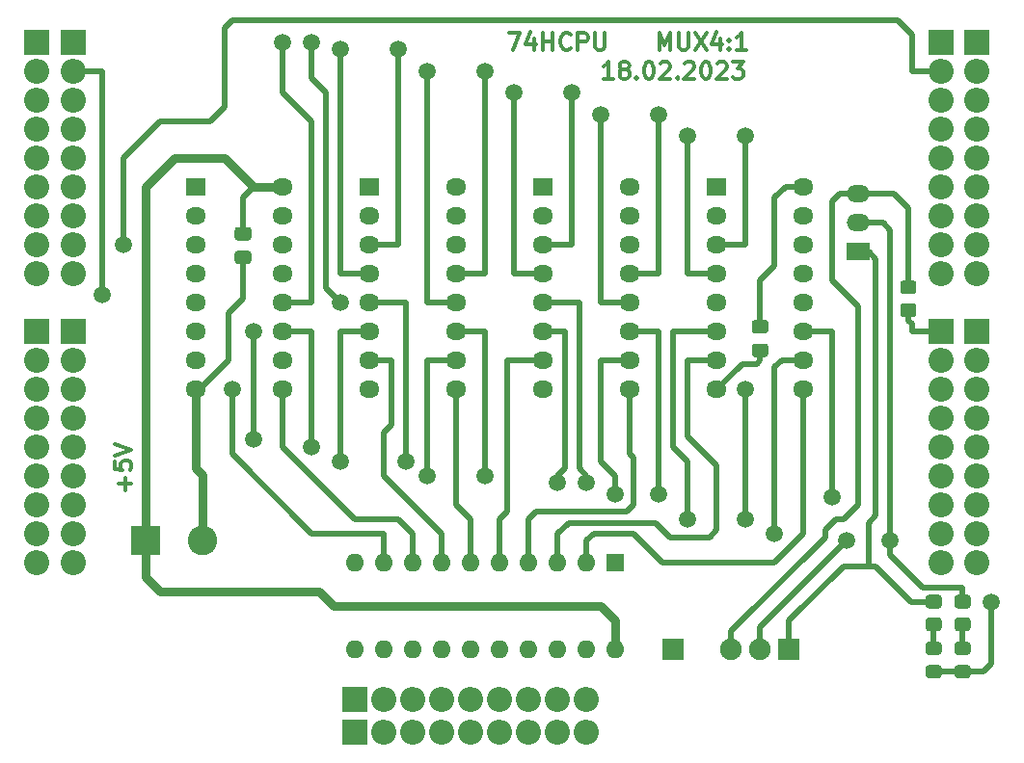
<source format=gbr>
%TF.GenerationSoftware,KiCad,Pcbnew,(5.1.8)-1*%
%TF.CreationDate,2023-02-18T12:33:22+03:00*%
%TF.ProjectId,MUX4x1,4d555834-7831-42e6-9b69-6361645f7063,rev?*%
%TF.SameCoordinates,Original*%
%TF.FileFunction,Copper,L1,Top*%
%TF.FilePolarity,Positive*%
%FSLAX46Y46*%
G04 Gerber Fmt 4.6, Leading zero omitted, Abs format (unit mm)*
G04 Created by KiCad (PCBNEW (5.1.8)-1) date 2023-02-18 12:33:22*
%MOMM*%
%LPD*%
G01*
G04 APERTURE LIST*
%TA.AperFunction,NonConductor*%
%ADD10C,0.300000*%
%TD*%
%TA.AperFunction,ComponentPad*%
%ADD11O,1.900000X1.900000*%
%TD*%
%TA.AperFunction,ComponentPad*%
%ADD12R,1.900000X1.900000*%
%TD*%
%TA.AperFunction,ComponentPad*%
%ADD13O,2.200000X2.200000*%
%TD*%
%TA.AperFunction,ComponentPad*%
%ADD14R,2.200000X2.200000*%
%TD*%
%TA.AperFunction,ComponentPad*%
%ADD15O,1.800000X1.500000*%
%TD*%
%TA.AperFunction,ComponentPad*%
%ADD16R,1.800000X1.500000*%
%TD*%
%TA.AperFunction,ComponentPad*%
%ADD17O,2.000000X1.500000*%
%TD*%
%TA.AperFunction,ComponentPad*%
%ADD18R,2.000000X1.500000*%
%TD*%
%TA.AperFunction,ComponentPad*%
%ADD19R,2.600000X2.600000*%
%TD*%
%TA.AperFunction,ComponentPad*%
%ADD20C,2.600000*%
%TD*%
%TA.AperFunction,ComponentPad*%
%ADD21R,1.600000X1.600000*%
%TD*%
%TA.AperFunction,ComponentPad*%
%ADD22O,1.600000X1.600000*%
%TD*%
%TA.AperFunction,ViaPad*%
%ADD23C,1.500000*%
%TD*%
%TA.AperFunction,Conductor*%
%ADD24C,0.800000*%
%TD*%
%TA.AperFunction,Conductor*%
%ADD25C,0.500000*%
%TD*%
G04 APERTURE END LIST*
D10*
X81387142Y-100353571D02*
X81387142Y-99210714D01*
X81958571Y-99782142D02*
X80815714Y-99782142D01*
X80458571Y-97782142D02*
X80458571Y-98496428D01*
X81172857Y-98567857D01*
X81101428Y-98496428D01*
X81030000Y-98353571D01*
X81030000Y-97996428D01*
X81101428Y-97853571D01*
X81172857Y-97782142D01*
X81315714Y-97710714D01*
X81672857Y-97710714D01*
X81815714Y-97782142D01*
X81887142Y-97853571D01*
X81958571Y-97996428D01*
X81958571Y-98353571D01*
X81887142Y-98496428D01*
X81815714Y-98567857D01*
X80458571Y-97282142D02*
X81958571Y-96782142D01*
X80458571Y-96282142D01*
X124254285Y-64178571D02*
X123397142Y-64178571D01*
X123825714Y-64178571D02*
X123825714Y-62678571D01*
X123682857Y-62892857D01*
X123540000Y-63035714D01*
X123397142Y-63107142D01*
X125111428Y-63321428D02*
X124968571Y-63250000D01*
X124897142Y-63178571D01*
X124825714Y-63035714D01*
X124825714Y-62964285D01*
X124897142Y-62821428D01*
X124968571Y-62750000D01*
X125111428Y-62678571D01*
X125397142Y-62678571D01*
X125540000Y-62750000D01*
X125611428Y-62821428D01*
X125682857Y-62964285D01*
X125682857Y-63035714D01*
X125611428Y-63178571D01*
X125540000Y-63250000D01*
X125397142Y-63321428D01*
X125111428Y-63321428D01*
X124968571Y-63392857D01*
X124897142Y-63464285D01*
X124825714Y-63607142D01*
X124825714Y-63892857D01*
X124897142Y-64035714D01*
X124968571Y-64107142D01*
X125111428Y-64178571D01*
X125397142Y-64178571D01*
X125540000Y-64107142D01*
X125611428Y-64035714D01*
X125682857Y-63892857D01*
X125682857Y-63607142D01*
X125611428Y-63464285D01*
X125540000Y-63392857D01*
X125397142Y-63321428D01*
X126325714Y-64035714D02*
X126397142Y-64107142D01*
X126325714Y-64178571D01*
X126254285Y-64107142D01*
X126325714Y-64035714D01*
X126325714Y-64178571D01*
X127325714Y-62678571D02*
X127468571Y-62678571D01*
X127611428Y-62750000D01*
X127682857Y-62821428D01*
X127754285Y-62964285D01*
X127825714Y-63250000D01*
X127825714Y-63607142D01*
X127754285Y-63892857D01*
X127682857Y-64035714D01*
X127611428Y-64107142D01*
X127468571Y-64178571D01*
X127325714Y-64178571D01*
X127182857Y-64107142D01*
X127111428Y-64035714D01*
X127040000Y-63892857D01*
X126968571Y-63607142D01*
X126968571Y-63250000D01*
X127040000Y-62964285D01*
X127111428Y-62821428D01*
X127182857Y-62750000D01*
X127325714Y-62678571D01*
X128397142Y-62821428D02*
X128468571Y-62750000D01*
X128611428Y-62678571D01*
X128968571Y-62678571D01*
X129111428Y-62750000D01*
X129182857Y-62821428D01*
X129254285Y-62964285D01*
X129254285Y-63107142D01*
X129182857Y-63321428D01*
X128325714Y-64178571D01*
X129254285Y-64178571D01*
X129897142Y-64035714D02*
X129968571Y-64107142D01*
X129897142Y-64178571D01*
X129825714Y-64107142D01*
X129897142Y-64035714D01*
X129897142Y-64178571D01*
X130540000Y-62821428D02*
X130611428Y-62750000D01*
X130754285Y-62678571D01*
X131111428Y-62678571D01*
X131254285Y-62750000D01*
X131325714Y-62821428D01*
X131397142Y-62964285D01*
X131397142Y-63107142D01*
X131325714Y-63321428D01*
X130468571Y-64178571D01*
X131397142Y-64178571D01*
X132325714Y-62678571D02*
X132468571Y-62678571D01*
X132611428Y-62750000D01*
X132682857Y-62821428D01*
X132754285Y-62964285D01*
X132825714Y-63250000D01*
X132825714Y-63607142D01*
X132754285Y-63892857D01*
X132682857Y-64035714D01*
X132611428Y-64107142D01*
X132468571Y-64178571D01*
X132325714Y-64178571D01*
X132182857Y-64107142D01*
X132111428Y-64035714D01*
X132040000Y-63892857D01*
X131968571Y-63607142D01*
X131968571Y-63250000D01*
X132040000Y-62964285D01*
X132111428Y-62821428D01*
X132182857Y-62750000D01*
X132325714Y-62678571D01*
X133397142Y-62821428D02*
X133468571Y-62750000D01*
X133611428Y-62678571D01*
X133968571Y-62678571D01*
X134111428Y-62750000D01*
X134182857Y-62821428D01*
X134254285Y-62964285D01*
X134254285Y-63107142D01*
X134182857Y-63321428D01*
X133325714Y-64178571D01*
X134254285Y-64178571D01*
X134754285Y-62678571D02*
X135682857Y-62678571D01*
X135182857Y-63250000D01*
X135397142Y-63250000D01*
X135540000Y-63321428D01*
X135611428Y-63392857D01*
X135682857Y-63535714D01*
X135682857Y-63892857D01*
X135611428Y-64035714D01*
X135540000Y-64107142D01*
X135397142Y-64178571D01*
X134968571Y-64178571D01*
X134825714Y-64107142D01*
X134754285Y-64035714D01*
X128294285Y-61638571D02*
X128294285Y-60138571D01*
X128794285Y-61210000D01*
X129294285Y-60138571D01*
X129294285Y-61638571D01*
X130008571Y-60138571D02*
X130008571Y-61352857D01*
X130080000Y-61495714D01*
X130151428Y-61567142D01*
X130294285Y-61638571D01*
X130580000Y-61638571D01*
X130722857Y-61567142D01*
X130794285Y-61495714D01*
X130865714Y-61352857D01*
X130865714Y-60138571D01*
X131437142Y-60138571D02*
X132437142Y-61638571D01*
X132437142Y-60138571D02*
X131437142Y-61638571D01*
X133651428Y-60638571D02*
X133651428Y-61638571D01*
X133294285Y-60067142D02*
X132937142Y-61138571D01*
X133865714Y-61138571D01*
X134437142Y-61495714D02*
X134508571Y-61567142D01*
X134437142Y-61638571D01*
X134365714Y-61567142D01*
X134437142Y-61495714D01*
X134437142Y-61638571D01*
X134437142Y-60710000D02*
X134508571Y-60781428D01*
X134437142Y-60852857D01*
X134365714Y-60781428D01*
X134437142Y-60710000D01*
X134437142Y-60852857D01*
X135937142Y-61638571D02*
X135080000Y-61638571D01*
X135508571Y-61638571D02*
X135508571Y-60138571D01*
X135365714Y-60352857D01*
X135222857Y-60495714D01*
X135080000Y-60567142D01*
X115094285Y-60138571D02*
X116094285Y-60138571D01*
X115451428Y-61638571D01*
X117308571Y-60638571D02*
X117308571Y-61638571D01*
X116951428Y-60067142D02*
X116594285Y-61138571D01*
X117522857Y-61138571D01*
X118094285Y-61638571D02*
X118094285Y-60138571D01*
X118094285Y-60852857D02*
X118951428Y-60852857D01*
X118951428Y-61638571D02*
X118951428Y-60138571D01*
X120522857Y-61495714D02*
X120451428Y-61567142D01*
X120237142Y-61638571D01*
X120094285Y-61638571D01*
X119880000Y-61567142D01*
X119737142Y-61424285D01*
X119665714Y-61281428D01*
X119594285Y-60995714D01*
X119594285Y-60781428D01*
X119665714Y-60495714D01*
X119737142Y-60352857D01*
X119880000Y-60210000D01*
X120094285Y-60138571D01*
X120237142Y-60138571D01*
X120451428Y-60210000D01*
X120522857Y-60281428D01*
X121165714Y-61638571D02*
X121165714Y-60138571D01*
X121737142Y-60138571D01*
X121880000Y-60210000D01*
X121951428Y-60281428D01*
X122022857Y-60424285D01*
X122022857Y-60638571D01*
X121951428Y-60781428D01*
X121880000Y-60852857D01*
X121737142Y-60924285D01*
X121165714Y-60924285D01*
X122665714Y-60138571D02*
X122665714Y-61352857D01*
X122737142Y-61495714D01*
X122808571Y-61567142D01*
X122951428Y-61638571D01*
X123237142Y-61638571D01*
X123380000Y-61567142D01*
X123451428Y-61495714D01*
X123522857Y-61352857D01*
X123522857Y-60138571D01*
D11*
%TO.P,J14,3*%
%TO.N,/~E*%
X134620000Y-114300000D03*
%TO.P,J14,2*%
%TO.N,/S1*%
X137160000Y-114300000D03*
D12*
%TO.P,J14,1*%
%TO.N,/S0*%
X139700000Y-114300000D03*
%TD*%
%TO.P,J13,1*%
%TO.N,/~OE*%
X129540000Y-114300000D03*
%TD*%
%TO.P,C2,2*%
%TO.N,GND*%
%TA.AperFunction,SMDPad,CuDef*%
G36*
G01*
X136685000Y-87445000D02*
X137635000Y-87445000D01*
G75*
G02*
X137885000Y-87695000I0J-250000D01*
G01*
X137885000Y-88370000D01*
G75*
G02*
X137635000Y-88620000I-250000J0D01*
G01*
X136685000Y-88620000D01*
G75*
G02*
X136435000Y-88370000I0J250000D01*
G01*
X136435000Y-87695000D01*
G75*
G02*
X136685000Y-87445000I250000J0D01*
G01*
G37*
%TD.AperFunction*%
%TO.P,C2,1*%
%TO.N,VCC*%
%TA.AperFunction,SMDPad,CuDef*%
G36*
G01*
X136685000Y-85370000D02*
X137635000Y-85370000D01*
G75*
G02*
X137885000Y-85620000I0J-250000D01*
G01*
X137885000Y-86295000D01*
G75*
G02*
X137635000Y-86545000I-250000J0D01*
G01*
X136685000Y-86545000D01*
G75*
G02*
X136435000Y-86295000I0J250000D01*
G01*
X136435000Y-85620000D01*
G75*
G02*
X136685000Y-85370000I250000J0D01*
G01*
G37*
%TD.AperFunction*%
%TD*%
%TO.P,C1,2*%
%TO.N,GND*%
%TA.AperFunction,SMDPad,CuDef*%
G36*
G01*
X91282500Y-79275000D02*
X92232500Y-79275000D01*
G75*
G02*
X92482500Y-79525000I0J-250000D01*
G01*
X92482500Y-80200000D01*
G75*
G02*
X92232500Y-80450000I-250000J0D01*
G01*
X91282500Y-80450000D01*
G75*
G02*
X91032500Y-80200000I0J250000D01*
G01*
X91032500Y-79525000D01*
G75*
G02*
X91282500Y-79275000I250000J0D01*
G01*
G37*
%TD.AperFunction*%
%TO.P,C1,1*%
%TO.N,VCC*%
%TA.AperFunction,SMDPad,CuDef*%
G36*
G01*
X91282500Y-77200000D02*
X92232500Y-77200000D01*
G75*
G02*
X92482500Y-77450000I0J-250000D01*
G01*
X92482500Y-78125000D01*
G75*
G02*
X92232500Y-78375000I-250000J0D01*
G01*
X91282500Y-78375000D01*
G75*
G02*
X91032500Y-78125000I0J250000D01*
G01*
X91032500Y-77450000D01*
G75*
G02*
X91282500Y-77200000I250000J0D01*
G01*
G37*
%TD.AperFunction*%
%TD*%
D13*
%TO.P,J12,9*%
%TO.N,/BUS7*%
X121920000Y-121602500D03*
%TO.P,J12,8*%
%TO.N,/BUS6*%
X119380000Y-121602500D03*
%TO.P,J12,7*%
%TO.N,/BUS5*%
X116840000Y-121602500D03*
%TO.P,J12,6*%
%TO.N,/BUS4*%
X114300000Y-121602500D03*
%TO.P,J12,5*%
%TO.N,/BUS3*%
X111760000Y-121602500D03*
%TO.P,J12,4*%
%TO.N,/BUS2*%
X109220000Y-121602500D03*
%TO.P,J12,3*%
%TO.N,/BUS1*%
X106680000Y-121602500D03*
%TO.P,J12,2*%
%TO.N,/BUS0*%
X104140000Y-121602500D03*
D14*
%TO.P,J12,1*%
%TO.N,GND*%
X101600000Y-121602500D03*
%TD*%
D13*
%TO.P,J11,9*%
%TO.N,/D7*%
X156210000Y-81280000D03*
%TO.P,J11,8*%
%TO.N,/D6*%
X156210000Y-78740000D03*
%TO.P,J11,7*%
%TO.N,/D5*%
X156210000Y-76200000D03*
%TO.P,J11,6*%
%TO.N,/D4*%
X156210000Y-73660000D03*
%TO.P,J11,5*%
%TO.N,/D3*%
X156210000Y-71120000D03*
%TO.P,J11,4*%
%TO.N,/D2*%
X156210000Y-68580000D03*
%TO.P,J11,3*%
%TO.N,/D1*%
X156210000Y-66040000D03*
%TO.P,J11,2*%
%TO.N,/D0*%
X156210000Y-63500000D03*
D14*
%TO.P,J11,1*%
%TO.N,GND*%
X156210000Y-60960000D03*
%TD*%
D13*
%TO.P,J10,9*%
%TO.N,/C7*%
X73660000Y-81280000D03*
%TO.P,J10,8*%
%TO.N,/C6*%
X73660000Y-78740000D03*
%TO.P,J10,7*%
%TO.N,/C5*%
X73660000Y-76200000D03*
%TO.P,J10,6*%
%TO.N,/C4*%
X73660000Y-73660000D03*
%TO.P,J10,5*%
%TO.N,/C3*%
X73660000Y-71120000D03*
%TO.P,J10,4*%
%TO.N,/C2*%
X73660000Y-68580000D03*
%TO.P,J10,3*%
%TO.N,/C1*%
X73660000Y-66040000D03*
%TO.P,J10,2*%
%TO.N,/C0*%
X73660000Y-63500000D03*
D14*
%TO.P,J10,1*%
%TO.N,GND*%
X73660000Y-60960000D03*
%TD*%
D13*
%TO.P,J9,9*%
%TO.N,/B7*%
X156210000Y-106680000D03*
%TO.P,J9,8*%
%TO.N,/B6*%
X156210000Y-104140000D03*
%TO.P,J9,7*%
%TO.N,/B5*%
X156210000Y-101600000D03*
%TO.P,J9,6*%
%TO.N,/B4*%
X156210000Y-99060000D03*
%TO.P,J9,5*%
%TO.N,/B3*%
X156210000Y-96520000D03*
%TO.P,J9,4*%
%TO.N,/B2*%
X156210000Y-93980000D03*
%TO.P,J9,3*%
%TO.N,/B1*%
X156210000Y-91440000D03*
%TO.P,J9,2*%
%TO.N,/B0*%
X156210000Y-88900000D03*
D14*
%TO.P,J9,1*%
%TO.N,GND*%
X156210000Y-86360000D03*
%TD*%
D13*
%TO.P,J8,9*%
%TO.N,/A7*%
X73660000Y-106680000D03*
%TO.P,J8,8*%
%TO.N,/A6*%
X73660000Y-104140000D03*
%TO.P,J8,7*%
%TO.N,/A5*%
X73660000Y-101600000D03*
%TO.P,J8,6*%
%TO.N,/A4*%
X73660000Y-99060000D03*
%TO.P,J8,5*%
%TO.N,/A3*%
X73660000Y-96520000D03*
%TO.P,J8,4*%
%TO.N,/A2*%
X73660000Y-93980000D03*
%TO.P,J8,3*%
%TO.N,/A1*%
X73660000Y-91440000D03*
%TO.P,J8,2*%
%TO.N,/A0*%
X73660000Y-88900000D03*
D14*
%TO.P,J8,1*%
%TO.N,GND*%
X73660000Y-86360000D03*
%TD*%
D15*
%TO.P,U2,16*%
%TO.N,VCC*%
X110490000Y-73660000D03*
%TO.P,U2,8*%
%TO.N,GND*%
X102870000Y-91440000D03*
%TO.P,U2,15*%
%TO.N,/~E*%
X110490000Y-76200000D03*
%TO.P,U2,7*%
%TO.N,/O2*%
X102870000Y-88900000D03*
%TO.P,U2,14*%
%TO.N,/S0*%
X110490000Y-78740000D03*
%TO.P,U2,6*%
%TO.N,/A2*%
X102870000Y-86360000D03*
%TO.P,U2,13*%
%TO.N,/D3*%
X110490000Y-81280000D03*
%TO.P,U2,5*%
%TO.N,/B2*%
X102870000Y-83820000D03*
%TO.P,U2,12*%
%TO.N,/C3*%
X110490000Y-83820000D03*
%TO.P,U2,4*%
%TO.N,/C2*%
X102870000Y-81280000D03*
%TO.P,U2,11*%
%TO.N,/B3*%
X110490000Y-86360000D03*
%TO.P,U2,3*%
%TO.N,/D2*%
X102870000Y-78740000D03*
%TO.P,U2,10*%
%TO.N,/A3*%
X110490000Y-88900000D03*
%TO.P,U2,2*%
%TO.N,/S1*%
X102870000Y-76200000D03*
%TO.P,U2,9*%
%TO.N,/O3*%
X110490000Y-91440000D03*
D16*
%TO.P,U2,1*%
%TO.N,/~E*%
X102870000Y-73660000D03*
%TD*%
%TO.P,R1,2*%
%TO.N,GND*%
%TA.AperFunction,SMDPad,CuDef*%
G36*
G01*
X149727499Y-83902500D02*
X150627501Y-83902500D01*
G75*
G02*
X150877500Y-84152499I0J-249999D01*
G01*
X150877500Y-84852501D01*
G75*
G02*
X150627501Y-85102500I-249999J0D01*
G01*
X149727499Y-85102500D01*
G75*
G02*
X149477500Y-84852501I0J249999D01*
G01*
X149477500Y-84152499D01*
G75*
G02*
X149727499Y-83902500I249999J0D01*
G01*
G37*
%TD.AperFunction*%
%TO.P,R1,1*%
%TO.N,/~E*%
%TA.AperFunction,SMDPad,CuDef*%
G36*
G01*
X149727499Y-81902500D02*
X150627501Y-81902500D01*
G75*
G02*
X150877500Y-82152499I0J-249999D01*
G01*
X150877500Y-82852501D01*
G75*
G02*
X150627501Y-83102500I-249999J0D01*
G01*
X149727499Y-83102500D01*
G75*
G02*
X149477500Y-82852501I0J249999D01*
G01*
X149477500Y-82152499D01*
G75*
G02*
X149727499Y-81902500I249999J0D01*
G01*
G37*
%TD.AperFunction*%
%TD*%
D17*
%TO.P,J7,3*%
%TO.N,/~E*%
X145732500Y-74295000D03*
%TO.P,J7,2*%
%TO.N,/S1*%
X145732500Y-76835000D03*
D18*
%TO.P,J7,1*%
%TO.N,/S0*%
X145732500Y-79375000D03*
%TD*%
D19*
%TO.P,J1,1*%
%TO.N,VCC*%
X83185000Y-104775000D03*
D20*
%TO.P,J1,2*%
%TO.N,GND*%
X88185000Y-104775000D03*
%TD*%
D14*
%TO.P,J2,1*%
%TO.N,GND*%
X76835000Y-86360000D03*
D13*
%TO.P,J2,2*%
%TO.N,/A0*%
X76835000Y-88900000D03*
%TO.P,J2,3*%
%TO.N,/A1*%
X76835000Y-91440000D03*
%TO.P,J2,4*%
%TO.N,/A2*%
X76835000Y-93980000D03*
%TO.P,J2,5*%
%TO.N,/A3*%
X76835000Y-96520000D03*
%TO.P,J2,6*%
%TO.N,/A4*%
X76835000Y-99060000D03*
%TO.P,J2,7*%
%TO.N,/A5*%
X76835000Y-101600000D03*
%TO.P,J2,8*%
%TO.N,/A6*%
X76835000Y-104140000D03*
%TO.P,J2,9*%
%TO.N,/A7*%
X76835000Y-106680000D03*
%TD*%
%TO.P,J3,9*%
%TO.N,/B7*%
X153035000Y-106680000D03*
%TO.P,J3,8*%
%TO.N,/B6*%
X153035000Y-104140000D03*
%TO.P,J3,7*%
%TO.N,/B5*%
X153035000Y-101600000D03*
%TO.P,J3,6*%
%TO.N,/B4*%
X153035000Y-99060000D03*
%TO.P,J3,5*%
%TO.N,/B3*%
X153035000Y-96520000D03*
%TO.P,J3,4*%
%TO.N,/B2*%
X153035000Y-93980000D03*
%TO.P,J3,3*%
%TO.N,/B1*%
X153035000Y-91440000D03*
%TO.P,J3,2*%
%TO.N,/B0*%
X153035000Y-88900000D03*
D14*
%TO.P,J3,1*%
%TO.N,GND*%
X153035000Y-86360000D03*
%TD*%
%TO.P,J4,1*%
%TO.N,GND*%
X76835000Y-60960000D03*
D13*
%TO.P,J4,2*%
%TO.N,/C0*%
X76835000Y-63500000D03*
%TO.P,J4,3*%
%TO.N,/C1*%
X76835000Y-66040000D03*
%TO.P,J4,4*%
%TO.N,/C2*%
X76835000Y-68580000D03*
%TO.P,J4,5*%
%TO.N,/C3*%
X76835000Y-71120000D03*
%TO.P,J4,6*%
%TO.N,/C4*%
X76835000Y-73660000D03*
%TO.P,J4,7*%
%TO.N,/C5*%
X76835000Y-76200000D03*
%TO.P,J4,8*%
%TO.N,/C6*%
X76835000Y-78740000D03*
%TO.P,J4,9*%
%TO.N,/C7*%
X76835000Y-81280000D03*
%TD*%
%TO.P,J5,9*%
%TO.N,/D7*%
X153035000Y-81280000D03*
%TO.P,J5,8*%
%TO.N,/D6*%
X153035000Y-78740000D03*
%TO.P,J5,7*%
%TO.N,/D5*%
X153035000Y-76200000D03*
%TO.P,J5,6*%
%TO.N,/D4*%
X153035000Y-73660000D03*
%TO.P,J5,5*%
%TO.N,/D3*%
X153035000Y-71120000D03*
%TO.P,J5,4*%
%TO.N,/D2*%
X153035000Y-68580000D03*
%TO.P,J5,3*%
%TO.N,/D1*%
X153035000Y-66040000D03*
%TO.P,J5,2*%
%TO.N,/D0*%
X153035000Y-63500000D03*
D14*
%TO.P,J5,1*%
%TO.N,GND*%
X153035000Y-60960000D03*
%TD*%
%TO.P,J6,1*%
%TO.N,GND*%
X101600000Y-118745000D03*
D13*
%TO.P,J6,2*%
%TO.N,/BUS0*%
X104140000Y-118745000D03*
%TO.P,J6,3*%
%TO.N,/BUS1*%
X106680000Y-118745000D03*
%TO.P,J6,4*%
%TO.N,/BUS2*%
X109220000Y-118745000D03*
%TO.P,J6,5*%
%TO.N,/BUS3*%
X111760000Y-118745000D03*
%TO.P,J6,6*%
%TO.N,/BUS4*%
X114300000Y-118745000D03*
%TO.P,J6,7*%
%TO.N,/BUS5*%
X116840000Y-118745000D03*
%TO.P,J6,8*%
%TO.N,/BUS6*%
X119380000Y-118745000D03*
%TO.P,J6,9*%
%TO.N,/BUS7*%
X121920000Y-118745000D03*
%TD*%
D16*
%TO.P,U1,1*%
%TO.N,/~E*%
X87630000Y-73660000D03*
D15*
%TO.P,U1,9*%
%TO.N,/O1*%
X95250000Y-91440000D03*
%TO.P,U1,2*%
%TO.N,/S1*%
X87630000Y-76200000D03*
%TO.P,U1,10*%
%TO.N,/A1*%
X95250000Y-88900000D03*
%TO.P,U1,3*%
%TO.N,/D0*%
X87630000Y-78740000D03*
%TO.P,U1,11*%
%TO.N,/B1*%
X95250000Y-86360000D03*
%TO.P,U1,4*%
%TO.N,/C0*%
X87630000Y-81280000D03*
%TO.P,U1,12*%
%TO.N,/C1*%
X95250000Y-83820000D03*
%TO.P,U1,5*%
%TO.N,/B0*%
X87630000Y-83820000D03*
%TO.P,U1,13*%
%TO.N,/D1*%
X95250000Y-81280000D03*
%TO.P,U1,6*%
%TO.N,/A0*%
X87630000Y-86360000D03*
%TO.P,U1,14*%
%TO.N,/S0*%
X95250000Y-78740000D03*
%TO.P,U1,7*%
%TO.N,/O0*%
X87630000Y-88900000D03*
%TO.P,U1,15*%
%TO.N,/~E*%
X95250000Y-76200000D03*
%TO.P,U1,8*%
%TO.N,GND*%
X87630000Y-91440000D03*
%TO.P,U1,16*%
%TO.N,VCC*%
X95250000Y-73660000D03*
%TD*%
D16*
%TO.P,U3,1*%
%TO.N,/~E*%
X118110000Y-73660000D03*
D15*
%TO.P,U3,9*%
%TO.N,/O5*%
X125730000Y-91440000D03*
%TO.P,U3,2*%
%TO.N,/S1*%
X118110000Y-76200000D03*
%TO.P,U3,10*%
%TO.N,/A5*%
X125730000Y-88900000D03*
%TO.P,U3,3*%
%TO.N,/D4*%
X118110000Y-78740000D03*
%TO.P,U3,11*%
%TO.N,/B5*%
X125730000Y-86360000D03*
%TO.P,U3,4*%
%TO.N,/C4*%
X118110000Y-81280000D03*
%TO.P,U3,12*%
%TO.N,/C5*%
X125730000Y-83820000D03*
%TO.P,U3,5*%
%TO.N,/B4*%
X118110000Y-83820000D03*
%TO.P,U3,13*%
%TO.N,/D5*%
X125730000Y-81280000D03*
%TO.P,U3,6*%
%TO.N,/A4*%
X118110000Y-86360000D03*
%TO.P,U3,14*%
%TO.N,/S0*%
X125730000Y-78740000D03*
%TO.P,U3,7*%
%TO.N,/O4*%
X118110000Y-88900000D03*
%TO.P,U3,15*%
%TO.N,/~E*%
X125730000Y-76200000D03*
%TO.P,U3,8*%
%TO.N,GND*%
X118110000Y-91440000D03*
%TO.P,U3,16*%
%TO.N,VCC*%
X125730000Y-73660000D03*
%TD*%
%TO.P,U4,16*%
%TO.N,VCC*%
X140970000Y-73660000D03*
%TO.P,U4,8*%
%TO.N,GND*%
X133350000Y-91440000D03*
%TO.P,U4,15*%
%TO.N,/~E*%
X140970000Y-76200000D03*
%TO.P,U4,7*%
%TO.N,/O6*%
X133350000Y-88900000D03*
%TO.P,U4,14*%
%TO.N,/S0*%
X140970000Y-78740000D03*
%TO.P,U4,6*%
%TO.N,/A6*%
X133350000Y-86360000D03*
%TO.P,U4,13*%
%TO.N,/D7*%
X140970000Y-81280000D03*
%TO.P,U4,5*%
%TO.N,/B6*%
X133350000Y-83820000D03*
%TO.P,U4,12*%
%TO.N,/C7*%
X140970000Y-83820000D03*
%TO.P,U4,4*%
%TO.N,/C6*%
X133350000Y-81280000D03*
%TO.P,U4,11*%
%TO.N,/B7*%
X140970000Y-86360000D03*
%TO.P,U4,3*%
%TO.N,/D6*%
X133350000Y-78740000D03*
%TO.P,U4,10*%
%TO.N,/A7*%
X140970000Y-88900000D03*
%TO.P,U4,2*%
%TO.N,/S1*%
X133350000Y-76200000D03*
%TO.P,U4,9*%
%TO.N,/O7*%
X140970000Y-91440000D03*
D16*
%TO.P,U4,1*%
%TO.N,/~E*%
X133350000Y-73660000D03*
%TD*%
%TO.P,D1,1*%
%TO.N,GND*%
%TA.AperFunction,SMDPad,CuDef*%
G36*
G01*
X152850001Y-116852500D02*
X151949999Y-116852500D01*
G75*
G02*
X151700000Y-116602501I0J249999D01*
G01*
X151700000Y-115952499D01*
G75*
G02*
X151949999Y-115702500I249999J0D01*
G01*
X152850001Y-115702500D01*
G75*
G02*
X153100000Y-115952499I0J-249999D01*
G01*
X153100000Y-116602501D01*
G75*
G02*
X152850001Y-116852500I-249999J0D01*
G01*
G37*
%TD.AperFunction*%
%TO.P,D1,2*%
%TO.N,Net-(D1-Pad2)*%
%TA.AperFunction,SMDPad,CuDef*%
G36*
G01*
X152850001Y-114802500D02*
X151949999Y-114802500D01*
G75*
G02*
X151700000Y-114552501I0J249999D01*
G01*
X151700000Y-113902499D01*
G75*
G02*
X151949999Y-113652500I249999J0D01*
G01*
X152850001Y-113652500D01*
G75*
G02*
X153100000Y-113902499I0J-249999D01*
G01*
X153100000Y-114552501D01*
G75*
G02*
X152850001Y-114802500I-249999J0D01*
G01*
G37*
%TD.AperFunction*%
%TD*%
%TO.P,D2,2*%
%TO.N,Net-(D2-Pad2)*%
%TA.AperFunction,SMDPad,CuDef*%
G36*
G01*
X155390001Y-114802500D02*
X154489999Y-114802500D01*
G75*
G02*
X154240000Y-114552501I0J249999D01*
G01*
X154240000Y-113902499D01*
G75*
G02*
X154489999Y-113652500I249999J0D01*
G01*
X155390001Y-113652500D01*
G75*
G02*
X155640000Y-113902499I0J-249999D01*
G01*
X155640000Y-114552501D01*
G75*
G02*
X155390001Y-114802500I-249999J0D01*
G01*
G37*
%TD.AperFunction*%
%TO.P,D2,1*%
%TO.N,GND*%
%TA.AperFunction,SMDPad,CuDef*%
G36*
G01*
X155390001Y-116852500D02*
X154489999Y-116852500D01*
G75*
G02*
X154240000Y-116602501I0J249999D01*
G01*
X154240000Y-115952499D01*
G75*
G02*
X154489999Y-115702500I249999J0D01*
G01*
X155390001Y-115702500D01*
G75*
G02*
X155640000Y-115952499I0J-249999D01*
G01*
X155640000Y-116602501D01*
G75*
G02*
X155390001Y-116852500I-249999J0D01*
G01*
G37*
%TD.AperFunction*%
%TD*%
%TO.P,R2,2*%
%TO.N,/S0*%
%TA.AperFunction,SMDPad,CuDef*%
G36*
G01*
X152850001Y-110725000D02*
X151949999Y-110725000D01*
G75*
G02*
X151700000Y-110475001I0J249999D01*
G01*
X151700000Y-109774999D01*
G75*
G02*
X151949999Y-109525000I249999J0D01*
G01*
X152850001Y-109525000D01*
G75*
G02*
X153100000Y-109774999I0J-249999D01*
G01*
X153100000Y-110475001D01*
G75*
G02*
X152850001Y-110725000I-249999J0D01*
G01*
G37*
%TD.AperFunction*%
%TO.P,R2,1*%
%TO.N,Net-(D1-Pad2)*%
%TA.AperFunction,SMDPad,CuDef*%
G36*
G01*
X152850001Y-112725000D02*
X151949999Y-112725000D01*
G75*
G02*
X151700000Y-112475001I0J249999D01*
G01*
X151700000Y-111774999D01*
G75*
G02*
X151949999Y-111525000I249999J0D01*
G01*
X152850001Y-111525000D01*
G75*
G02*
X153100000Y-111774999I0J-249999D01*
G01*
X153100000Y-112475001D01*
G75*
G02*
X152850001Y-112725000I-249999J0D01*
G01*
G37*
%TD.AperFunction*%
%TD*%
%TO.P,R3,1*%
%TO.N,Net-(D2-Pad2)*%
%TA.AperFunction,SMDPad,CuDef*%
G36*
G01*
X155390001Y-112725000D02*
X154489999Y-112725000D01*
G75*
G02*
X154240000Y-112475001I0J249999D01*
G01*
X154240000Y-111774999D01*
G75*
G02*
X154489999Y-111525000I249999J0D01*
G01*
X155390001Y-111525000D01*
G75*
G02*
X155640000Y-111774999I0J-249999D01*
G01*
X155640000Y-112475001D01*
G75*
G02*
X155390001Y-112725000I-249999J0D01*
G01*
G37*
%TD.AperFunction*%
%TO.P,R3,2*%
%TO.N,/S1*%
%TA.AperFunction,SMDPad,CuDef*%
G36*
G01*
X155390001Y-110725000D02*
X154489999Y-110725000D01*
G75*
G02*
X154240000Y-110475001I0J249999D01*
G01*
X154240000Y-109774999D01*
G75*
G02*
X154489999Y-109525000I249999J0D01*
G01*
X155390001Y-109525000D01*
G75*
G02*
X155640000Y-109774999I0J-249999D01*
G01*
X155640000Y-110475001D01*
G75*
G02*
X155390001Y-110725000I-249999J0D01*
G01*
G37*
%TD.AperFunction*%
%TD*%
D21*
%TO.P,U5,1*%
%TO.N,Net-(R4-Pad1)*%
X124460000Y-106680000D03*
D22*
%TO.P,U5,11*%
%TO.N,/BUS0*%
X101600000Y-114300000D03*
%TO.P,U5,2*%
%TO.N,/O7*%
X121920000Y-106680000D03*
%TO.P,U5,12*%
%TO.N,/BUS1*%
X104140000Y-114300000D03*
%TO.P,U5,3*%
%TO.N,/O6*%
X119380000Y-106680000D03*
%TO.P,U5,13*%
%TO.N,/BUS2*%
X106680000Y-114300000D03*
%TO.P,U5,4*%
%TO.N,/O5*%
X116840000Y-106680000D03*
%TO.P,U5,14*%
%TO.N,/BUS3*%
X109220000Y-114300000D03*
%TO.P,U5,5*%
%TO.N,/O4*%
X114300000Y-106680000D03*
%TO.P,U5,15*%
%TO.N,/BUS4*%
X111760000Y-114300000D03*
%TO.P,U5,6*%
%TO.N,/O3*%
X111760000Y-106680000D03*
%TO.P,U5,16*%
%TO.N,/BUS5*%
X114300000Y-114300000D03*
%TO.P,U5,7*%
%TO.N,/O2*%
X109220000Y-106680000D03*
%TO.P,U5,17*%
%TO.N,/BUS6*%
X116840000Y-114300000D03*
%TO.P,U5,8*%
%TO.N,/O1*%
X106680000Y-106680000D03*
%TO.P,U5,18*%
%TO.N,/BUS7*%
X119380000Y-114300000D03*
%TO.P,U5,9*%
%TO.N,/O0*%
X104140000Y-106680000D03*
%TO.P,U5,19*%
%TO.N,/~OE*%
X121920000Y-114300000D03*
%TO.P,U5,10*%
%TO.N,GND*%
X101600000Y-106680000D03*
%TO.P,U5,20*%
%TO.N,VCC*%
X124460000Y-114300000D03*
%TD*%
D23*
%TO.N,GND*%
X157480000Y-110172500D03*
%TO.N,/A2*%
X100330000Y-97790000D03*
%TO.N,/A3*%
X107950000Y-99060000D03*
%TO.N,/A4*%
X119380000Y-99695000D03*
%TO.N,/A5*%
X124460000Y-100647500D03*
%TO.N,/A6*%
X130810000Y-102870000D03*
%TO.N,/A7*%
X138430000Y-104140000D03*
%TO.N,/B7*%
X143510000Y-100965000D03*
%TO.N,/B6*%
X135890000Y-102870000D03*
X135890000Y-91440000D03*
%TO.N,/B5*%
X128270000Y-100647500D03*
%TO.N,/B4*%
X121920000Y-99695000D03*
%TO.N,/B3*%
X113030000Y-99060000D03*
%TO.N,/B2*%
X106045000Y-97790000D03*
%TO.N,/B1*%
X97790000Y-96520000D03*
%TO.N,/B0*%
X92710000Y-95885000D03*
X92710000Y-86360000D03*
%TO.N,/C0*%
X79375000Y-83185000D03*
%TO.N,/C1*%
X95250000Y-60960000D03*
%TO.N,/C2*%
X100330000Y-61595000D03*
%TO.N,/C3*%
X107950000Y-63500000D03*
%TO.N,/C4*%
X115570000Y-65405000D03*
%TO.N,/C5*%
X123190000Y-67310000D03*
%TO.N,/C6*%
X130810000Y-69215000D03*
%TO.N,/D6*%
X135890000Y-69215000D03*
%TO.N,/D5*%
X128270000Y-67310000D03*
%TO.N,/D4*%
X120650000Y-65405000D03*
%TO.N,/D3*%
X113030000Y-63500000D03*
%TO.N,/D2*%
X105410000Y-61595000D03*
%TO.N,/D1*%
X97790000Y-60960000D03*
X100330000Y-83820000D03*
%TO.N,/D0*%
X81280000Y-78740000D03*
%TO.N,/O0*%
X90805000Y-91440000D03*
%TO.N,/S1*%
X148590000Y-104775000D03*
X144780000Y-104775000D03*
%TD*%
D24*
%TO.N,VCC*%
X83185000Y-73660000D02*
X85725000Y-71120000D01*
X92710000Y-73660000D02*
X90170000Y-71120000D01*
X95250000Y-73660000D02*
X92710000Y-73660000D01*
X85725000Y-71120000D02*
X90170000Y-71120000D01*
X83185000Y-93980000D02*
X83185000Y-73660000D01*
X83185000Y-104775000D02*
X83185000Y-93980000D01*
D25*
X91757500Y-74612500D02*
X92710000Y-73660000D01*
X91757500Y-77787500D02*
X91757500Y-74612500D01*
X140970000Y-73660000D02*
X139382500Y-73660000D01*
X139382500Y-73660000D02*
X138430000Y-74612500D01*
X138430000Y-74612500D02*
X138430000Y-80645000D01*
X137160000Y-81915000D02*
X137160000Y-85957500D01*
X138430000Y-80645000D02*
X137160000Y-81915000D01*
D24*
X83185000Y-104775000D02*
X83185000Y-107950000D01*
X83185000Y-107950000D02*
X84455000Y-109220000D01*
X124460000Y-111760000D02*
X124460000Y-114300000D01*
X99695000Y-110490000D02*
X98425000Y-109220000D01*
X123190000Y-110490000D02*
X99695000Y-110490000D01*
X84455000Y-109220000D02*
X98425000Y-109220000D01*
X123190000Y-110490000D02*
X124460000Y-111760000D01*
D25*
%TO.N,GND*%
X152400000Y-116277500D02*
X155575000Y-116277500D01*
X150495000Y-86360000D02*
X153035000Y-86360000D01*
X150177500Y-84502500D02*
X150177500Y-85407500D01*
X91757500Y-79862500D02*
X91757500Y-83502500D01*
X91757500Y-83502500D02*
X90487500Y-84772500D01*
X90487500Y-84772500D02*
X90487500Y-88900000D01*
X87947500Y-91440000D02*
X87630000Y-91440000D01*
X90487500Y-88900000D02*
X87947500Y-91440000D01*
X133350000Y-91440000D02*
X135572500Y-89217500D01*
X135572500Y-89217500D02*
X136842500Y-89217500D01*
X137160000Y-88900000D02*
X137160000Y-88032500D01*
X136842500Y-89217500D02*
X137160000Y-88900000D01*
X150495000Y-85725000D02*
X150177500Y-85407500D01*
X150495000Y-86360000D02*
X150495000Y-85725000D01*
X154940000Y-116277500D02*
X156772500Y-116277500D01*
X157480000Y-115570000D02*
X157480000Y-110172500D01*
X156772500Y-116277500D02*
X157480000Y-115570000D01*
D24*
X87630000Y-91440000D02*
X87630000Y-98425000D01*
X88185000Y-98980000D02*
X88185000Y-104775000D01*
X87630000Y-98425000D02*
X88185000Y-98980000D01*
D25*
%TO.N,/A2*%
X102870000Y-86360000D02*
X100330000Y-86360000D01*
X100330000Y-97790000D02*
X100330000Y-96520000D01*
X100330000Y-86360000D02*
X100330000Y-96520000D01*
%TO.N,/A3*%
X110490000Y-88900000D02*
X107950000Y-88900000D01*
X107950000Y-88900000D02*
X107950000Y-99060000D01*
%TO.N,/A4*%
X119380000Y-99060000D02*
X119380000Y-99695000D01*
X120015000Y-98425000D02*
X119380000Y-99060000D01*
X118110000Y-86360000D02*
X120015000Y-86360000D01*
X120015000Y-86360000D02*
X120015000Y-98425000D01*
%TO.N,/A5*%
X125730000Y-88900000D02*
X123190000Y-88900000D01*
X123190000Y-97790000D02*
X124460000Y-99060000D01*
X124460000Y-99060000D02*
X124460000Y-100647500D01*
X123190000Y-88900000D02*
X123190000Y-97790000D01*
%TO.N,/A6*%
X130810000Y-86360000D02*
X133350000Y-86360000D01*
X129540000Y-86360000D02*
X130810000Y-86360000D01*
X129540000Y-96520000D02*
X129540000Y-86360000D01*
X130810000Y-97790000D02*
X129540000Y-96520000D01*
X130810000Y-102870000D02*
X130810000Y-97790000D01*
%TO.N,/A7*%
X139065000Y-88900000D02*
X140970000Y-88900000D01*
X138430000Y-89535000D02*
X139065000Y-88900000D01*
X138430000Y-104140000D02*
X138430000Y-89535000D01*
%TO.N,/B7*%
X140970000Y-86360000D02*
X143510000Y-86360000D01*
X143510000Y-86360000D02*
X143510000Y-100965000D01*
%TO.N,/B6*%
X135890000Y-91440000D02*
X135890000Y-102870000D01*
%TO.N,/B5*%
X125730000Y-86360000D02*
X128270000Y-86360000D01*
X128270000Y-86360000D02*
X128270000Y-100647500D01*
%TO.N,/B4*%
X121285000Y-98425000D02*
X121920000Y-99060000D01*
X121920000Y-99060000D02*
X121920000Y-99695000D01*
X118110000Y-83820000D02*
X121285000Y-83820000D01*
X121285000Y-83820000D02*
X121285000Y-98425000D01*
%TO.N,/B3*%
X110490000Y-86360000D02*
X113030000Y-86360000D01*
X113030000Y-86360000D02*
X113030000Y-99060000D01*
%TO.N,/B2*%
X102870000Y-83820000D02*
X106045000Y-83820000D01*
X106045000Y-95885000D02*
X106045000Y-97790000D01*
X106045000Y-83820000D02*
X106045000Y-95885000D01*
%TO.N,/B1*%
X97790000Y-86360000D02*
X95250000Y-86360000D01*
X97790000Y-86360000D02*
X97790000Y-96520000D01*
%TO.N,/B0*%
X92710000Y-95885000D02*
X92710000Y-86360000D01*
%TO.N,/C0*%
X79375000Y-63500000D02*
X79375000Y-83185000D01*
X79375000Y-63500000D02*
X76835000Y-63500000D01*
%TO.N,/C1*%
X97790000Y-83820000D02*
X95250000Y-83820000D01*
X97790000Y-67945000D02*
X97790000Y-83820000D01*
X95250000Y-65405000D02*
X97790000Y-67945000D01*
X95250000Y-60960000D02*
X95250000Y-65405000D01*
%TO.N,/C2*%
X102870000Y-81280000D02*
X100330000Y-81280000D01*
X100330000Y-81280000D02*
X100330000Y-61595000D01*
%TO.N,/C3*%
X107950000Y-63500000D02*
X107950000Y-83820000D01*
X107950000Y-83820000D02*
X110490000Y-83820000D01*
%TO.N,/C4*%
X118110000Y-81280000D02*
X115570000Y-81280000D01*
X115570000Y-81280000D02*
X115570000Y-65405000D01*
%TO.N,/C5*%
X125730000Y-83820000D02*
X123190000Y-83820000D01*
X123190000Y-83820000D02*
X123190000Y-67310000D01*
%TO.N,/C6*%
X133350000Y-81280000D02*
X130810000Y-81280000D01*
X130810000Y-81280000D02*
X130810000Y-69215000D01*
%TO.N,/D6*%
X133350000Y-78740000D02*
X135890000Y-78740000D01*
X135890000Y-78740000D02*
X135890000Y-69215000D01*
%TO.N,/D5*%
X125730000Y-81280000D02*
X128270000Y-81280000D01*
X128270000Y-81280000D02*
X128270000Y-67310000D01*
%TO.N,/D4*%
X120650000Y-65405000D02*
X120650000Y-78740000D01*
X120650000Y-78740000D02*
X120650000Y-78740000D01*
X118110000Y-78740000D02*
X120650000Y-78740000D01*
%TO.N,/D3*%
X110490000Y-81280000D02*
X113030000Y-81280000D01*
X113030000Y-81280000D02*
X113030000Y-63500000D01*
X113030000Y-63500000D02*
X113030000Y-63500000D01*
%TO.N,/D2*%
X105410000Y-61595000D02*
X105410000Y-78740000D01*
X105410000Y-78740000D02*
X102870000Y-78740000D01*
%TO.N,/D1*%
X99060000Y-82550000D02*
X100330000Y-83820000D01*
X99060000Y-65405000D02*
X99060000Y-82550000D01*
X97790000Y-64135000D02*
X99060000Y-65405000D01*
X97790000Y-60960000D02*
X97790000Y-64135000D01*
%TO.N,/D0*%
X150495000Y-63500000D02*
X153035000Y-63500000D01*
X150495000Y-60325000D02*
X150495000Y-63500000D01*
X149225000Y-59055000D02*
X150495000Y-60325000D01*
X90805000Y-59055000D02*
X149225000Y-59055000D01*
X90170000Y-59690000D02*
X90805000Y-59055000D01*
X90170000Y-66675000D02*
X90170000Y-59690000D01*
X88900000Y-67945000D02*
X90170000Y-66675000D01*
X84455000Y-67945000D02*
X88900000Y-67945000D01*
X81280000Y-71120000D02*
X84455000Y-67945000D01*
X81280000Y-78740000D02*
X81280000Y-71120000D01*
%TO.N,/O0*%
X97790000Y-104140000D02*
X104140000Y-104140000D01*
X90805000Y-91440000D02*
X90805000Y-97155000D01*
X90805000Y-97155000D02*
X97790000Y-104140000D01*
X104140000Y-104140000D02*
X104140000Y-106680000D01*
%TO.N,/O1*%
X95250000Y-91440000D02*
X95250000Y-96520000D01*
X95250000Y-96520000D02*
X101600000Y-102870000D01*
X101600000Y-102870000D02*
X105410000Y-102870000D01*
X105410000Y-102870000D02*
X106680000Y-104140000D01*
X106680000Y-104140000D02*
X106680000Y-106680000D01*
%TO.N,/O2*%
X104140000Y-99060000D02*
X109220000Y-104140000D01*
X104140000Y-95250000D02*
X104140000Y-99060000D01*
X104775000Y-94615000D02*
X104140000Y-95250000D01*
X104775000Y-88900000D02*
X104775000Y-94615000D01*
X102870000Y-88900000D02*
X104775000Y-88900000D01*
X109220000Y-104140000D02*
X109220000Y-106680000D01*
%TO.N,/O3*%
X110490000Y-101600000D02*
X111760000Y-102870000D01*
X110490000Y-91440000D02*
X110490000Y-101600000D01*
X111760000Y-102870000D02*
X111760000Y-106680000D01*
%TO.N,/O4*%
X114935000Y-102235000D02*
X114300000Y-102870000D01*
X114935000Y-88900000D02*
X118110000Y-88900000D01*
X114935000Y-88900000D02*
X114935000Y-102235000D01*
X114300000Y-102870000D02*
X114300000Y-106680000D01*
%TO.N,/O5*%
X125730000Y-97155000D02*
X125730000Y-91440000D01*
X126047500Y-101600000D02*
X126047500Y-97472500D01*
X117475000Y-102235000D02*
X125412500Y-102235000D01*
X126047500Y-97472500D02*
X125730000Y-97155000D01*
X116840000Y-102870000D02*
X117475000Y-102235000D01*
X125412500Y-102235000D02*
X126047500Y-101600000D01*
X116840000Y-102870000D02*
X116840000Y-106680000D01*
%TO.N,/O6*%
X130810000Y-88900000D02*
X133350000Y-88900000D01*
X130810000Y-95567500D02*
X130810000Y-88900000D01*
X133350000Y-98107500D02*
X130810000Y-95567500D01*
X120332500Y-103187500D02*
X127952500Y-103187500D01*
X119380000Y-104140000D02*
X120332500Y-103187500D01*
X127952500Y-103187500D02*
X129222500Y-104457500D01*
X132715000Y-104457500D02*
X133350000Y-103822500D01*
X133350000Y-103822500D02*
X133350000Y-98107500D01*
X129222500Y-104457500D02*
X132715000Y-104457500D01*
X119380000Y-104140000D02*
X119380000Y-106680000D01*
%TO.N,/O7*%
X121920000Y-104775000D02*
X121920000Y-106680000D01*
X122555000Y-104140000D02*
X121920000Y-104775000D01*
X126047500Y-104140000D02*
X122555000Y-104140000D01*
X128587500Y-106680000D02*
X126047500Y-104140000D01*
X138430000Y-106680000D02*
X128587500Y-106680000D01*
X140970000Y-104140000D02*
X138430000Y-106680000D01*
X140970000Y-91440000D02*
X140970000Y-104140000D01*
%TO.N,/~E*%
X150177500Y-75565000D02*
X150177500Y-82502500D01*
X148907500Y-74295000D02*
X150177500Y-75565000D01*
X145732500Y-74295000D02*
X148907500Y-74295000D01*
X142875000Y-104457500D02*
X134620000Y-112712500D01*
X143827500Y-102870000D02*
X142875000Y-103822500D01*
X134620000Y-112712500D02*
X134620000Y-114300000D01*
X145732500Y-101600000D02*
X144462500Y-102870000D01*
X142875000Y-103822500D02*
X142875000Y-104457500D01*
X143510000Y-74930000D02*
X143510000Y-81915000D01*
X144462500Y-102870000D02*
X143827500Y-102870000D01*
X145732500Y-84137500D02*
X145732500Y-101600000D01*
X144145000Y-74295000D02*
X143510000Y-74930000D01*
X143510000Y-81915000D02*
X145732500Y-84137500D01*
X145732500Y-74295000D02*
X144145000Y-74295000D01*
%TO.N,/S1*%
X148590000Y-77470000D02*
X147955000Y-76835000D01*
X151447500Y-108902500D02*
X148590000Y-106045000D01*
X154940000Y-108902500D02*
X151447500Y-108902500D01*
X154940000Y-110125000D02*
X154940000Y-108902500D01*
X137160000Y-114300000D02*
X137160000Y-112395000D01*
X137160000Y-112395000D02*
X144780000Y-104775000D01*
X148590000Y-106045000D02*
X148590000Y-104775000D01*
X148590000Y-104775000D02*
X148590000Y-77470000D01*
X145732500Y-76835000D02*
X147955000Y-76835000D01*
%TO.N,/S0*%
X150447500Y-110125000D02*
X152400000Y-110125000D01*
X147320000Y-106997500D02*
X150447500Y-110125000D01*
X146685000Y-79375000D02*
X147320000Y-80010000D01*
X139700000Y-114300000D02*
X139700000Y-111760000D01*
X139700000Y-111760000D02*
X144462500Y-106997500D01*
X146685000Y-103187500D02*
X147320000Y-102552500D01*
X146685000Y-106997500D02*
X146685000Y-103187500D01*
X147320000Y-80010000D02*
X147320000Y-102552500D01*
X144462500Y-106997500D02*
X146685000Y-106997500D01*
X146685000Y-106997500D02*
X147320000Y-106997500D01*
X145732500Y-79375000D02*
X146685000Y-79375000D01*
%TO.N,Net-(D1-Pad2)*%
X152400000Y-112125000D02*
X152400000Y-114227500D01*
%TO.N,Net-(D2-Pad2)*%
X154940000Y-112125000D02*
X154940000Y-114227500D01*
%TD*%
M02*

</source>
